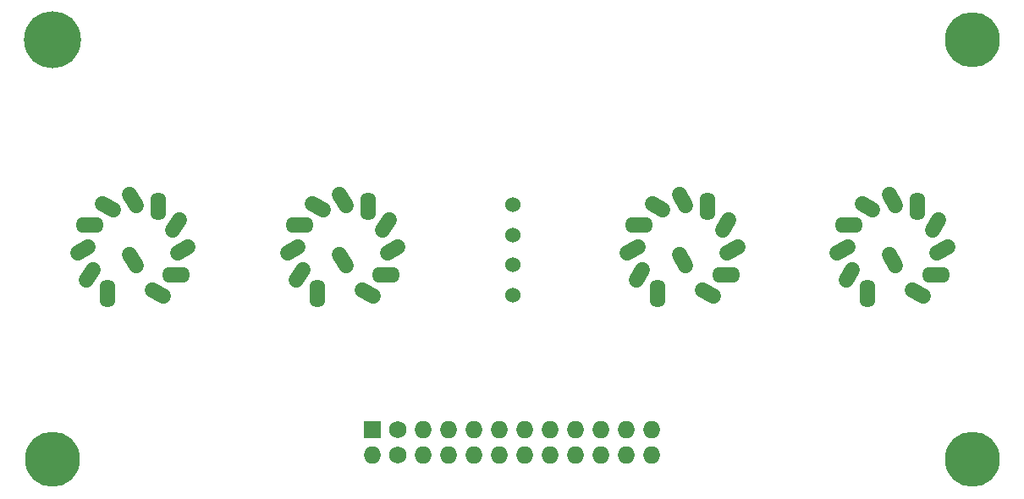
<source format=gbr>
G04 #@! TF.FileFunction,Soldermask,Bot*
%FSLAX46Y46*%
G04 Gerber Fmt 4.6, Leading zero omitted, Abs format (unit mm)*
G04 Created by KiCad (PCBNEW 4.0.2-stable) date 9/20/2016 8:44:40 PM*
%MOMM*%
G01*
G04 APERTURE LIST*
%ADD10C,0.100000*%
%ADD11C,1.550000*%
%ADD12O,1.550000X2.800000*%
%ADD13O,2.800000X1.550000*%
%ADD14C,5.500000*%
%ADD15C,5.700000*%
%ADD16C,1.524000*%
%ADD17R,1.727200X1.727200*%
%ADD18O,1.727200X1.727200*%
%ADD19C,1.727200*%
G04 APERTURE END LIST*
D10*
D11*
X145312500Y-88541266D02*
X144687500Y-87458734D01*
D12*
X142500000Y-91330127D03*
D11*
X146958734Y-91017627D02*
X148041266Y-91642627D01*
D13*
X149330127Y-89500000D03*
D11*
X149458734Y-87312500D02*
X150541266Y-86687500D01*
X149017627Y-85041266D02*
X149642627Y-83958734D01*
D12*
X147500000Y-82669873D03*
D11*
X145312500Y-82541266D02*
X144687500Y-81458734D01*
X143041266Y-82982373D02*
X141958734Y-82357373D01*
D13*
X140669873Y-84500000D03*
D11*
X140541266Y-86687500D02*
X139458734Y-87312500D01*
X140982373Y-88958734D02*
X140357373Y-90041266D01*
X90312500Y-88541266D02*
X89687500Y-87458734D01*
D12*
X87500000Y-91330127D03*
D11*
X91958734Y-91017627D02*
X93041266Y-91642627D01*
D13*
X94330127Y-89500000D03*
D11*
X94458734Y-87312500D02*
X95541266Y-86687500D01*
X94017627Y-85041266D02*
X94642627Y-83958734D01*
D12*
X92500000Y-82669873D03*
D11*
X90312500Y-82541266D02*
X89687500Y-81458734D01*
X88041266Y-82982373D02*
X86958734Y-82357373D01*
D13*
X85669873Y-84500000D03*
D11*
X85541266Y-86687500D02*
X84458734Y-87312500D01*
X85982373Y-88958734D02*
X85357373Y-90041266D01*
X166312500Y-88541266D02*
X165687500Y-87458734D01*
D12*
X163500000Y-91330127D03*
D11*
X167958734Y-91017627D02*
X169041266Y-91642627D01*
D13*
X170330127Y-89500000D03*
D11*
X170458734Y-87312500D02*
X171541266Y-86687500D01*
X170017627Y-85041266D02*
X170642627Y-83958734D01*
D12*
X168500000Y-82669873D03*
D11*
X166312500Y-82541266D02*
X165687500Y-81458734D01*
X164041266Y-82982373D02*
X162958734Y-82357373D01*
D13*
X161669873Y-84500000D03*
D11*
X161541266Y-86687500D02*
X160458734Y-87312500D01*
X161982373Y-88958734D02*
X161357373Y-90041266D01*
D14*
X82000000Y-108000000D03*
X174000000Y-108000000D03*
X174000000Y-66000000D03*
D15*
X82000000Y-66000000D03*
D16*
X128000000Y-88500000D03*
X128000000Y-91500000D03*
X128000000Y-82500000D03*
X128000000Y-85500000D03*
D11*
X111312500Y-88541266D02*
X110687500Y-87458734D01*
D12*
X108500000Y-91330127D03*
D11*
X112958734Y-91017627D02*
X114041266Y-91642627D01*
D13*
X115330127Y-89500000D03*
D11*
X115458734Y-87312500D02*
X116541266Y-86687500D01*
X115017627Y-85041266D02*
X115642627Y-83958734D01*
D12*
X113500000Y-82669873D03*
D11*
X111312500Y-82541266D02*
X110687500Y-81458734D01*
X109041266Y-82982373D02*
X107958734Y-82357373D01*
D13*
X106669873Y-84500000D03*
D11*
X106541266Y-86687500D02*
X105458734Y-87312500D01*
X106982373Y-88958734D02*
X106357373Y-90041266D01*
D17*
X114000000Y-105000000D03*
D18*
X114000000Y-107540000D03*
D19*
X116540000Y-105000000D03*
X116540000Y-107540000D03*
D18*
X119080000Y-105000000D03*
X119080000Y-107540000D03*
X121620000Y-105000000D03*
X121620000Y-107540000D03*
X124160000Y-105000000D03*
X124160000Y-107540000D03*
X126700000Y-105000000D03*
X126700000Y-107540000D03*
X129240000Y-105000000D03*
X129240000Y-107540000D03*
X131780000Y-105000000D03*
X131780000Y-107540000D03*
X134320000Y-105000000D03*
X134320000Y-107540000D03*
X136860000Y-105000000D03*
X136860000Y-107540000D03*
X139400000Y-105000000D03*
X139400000Y-107540000D03*
X141940000Y-105000000D03*
X141940000Y-107540000D03*
M02*

</source>
